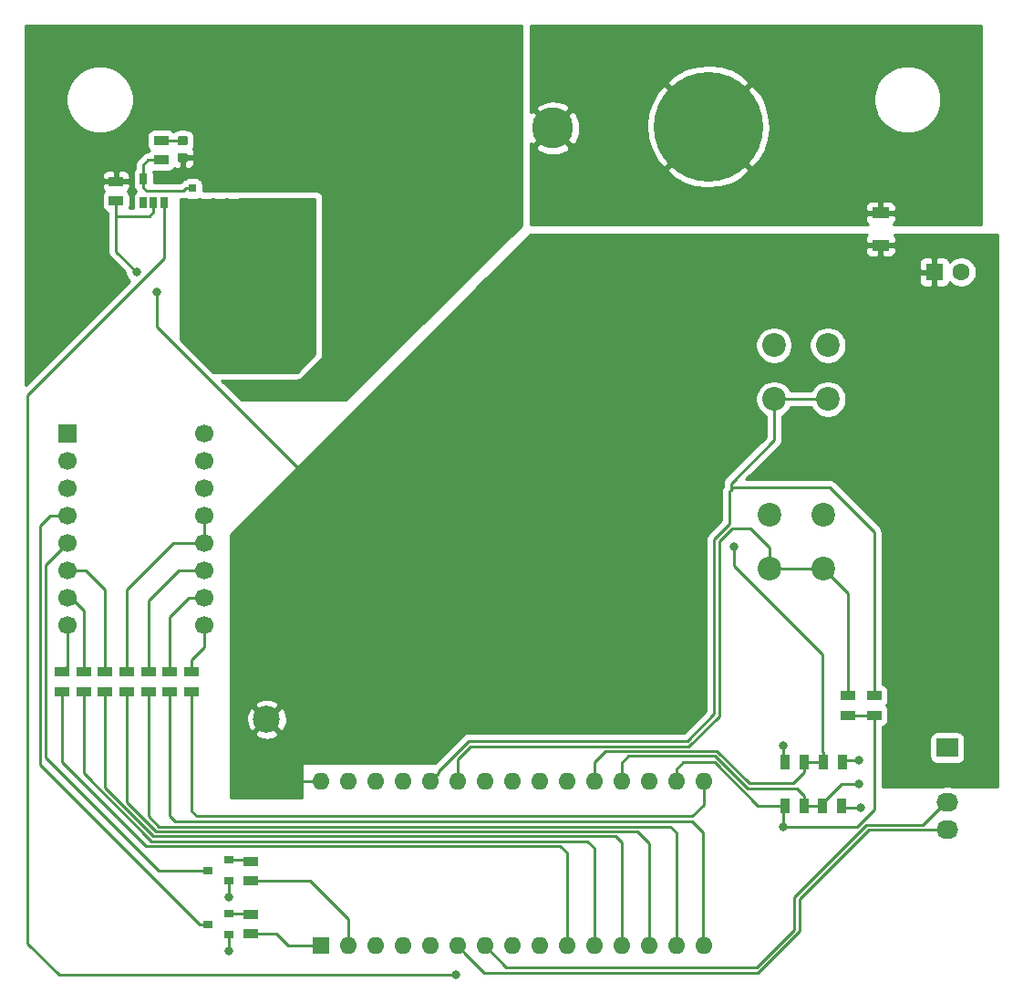
<source format=gtl>
G04 #@! TF.GenerationSoftware,KiCad,Pcbnew,5.1.4+dfsg1-1*
G04 #@! TF.CreationDate,2020-08-20T21:45:12-05:00*
G04 #@! TF.ProjectId,HotBox,486f7442-6f78-42e6-9b69-6361645f7063,rev?*
G04 #@! TF.SameCoordinates,Original*
G04 #@! TF.FileFunction,Copper,L1,Top*
G04 #@! TF.FilePolarity,Positive*
%FSLAX46Y46*%
G04 Gerber Fmt 4.6, Leading zero omitted, Abs format (unit mm)*
G04 Created by KiCad (PCBNEW 5.1.4+dfsg1-1) date 2020-08-20 21:45:12*
%MOMM*%
%LPD*%
G04 APERTURE LIST*
%ADD10R,2.030000X1.730000*%
%ADD11O,2.030000X1.730000*%
%ADD12C,2.500000*%
%ADD13R,1.600000X1.600000*%
%ADD14O,1.600000X1.600000*%
%ADD15R,1.600000X1.070000*%
%ADD16R,0.700000X0.800000*%
%ADD17R,4.500000X4.290000*%
%ADD18R,0.650000X1.060000*%
%ADD19R,0.850000X1.350000*%
%ADD20R,1.700000X1.700000*%
%ADD21C,1.700000*%
%ADD22R,1.350000X0.850000*%
%ADD23R,0.900000X0.800000*%
%ADD24C,10.160000*%
%ADD25C,1.600000*%
%ADD26C,0.100000*%
%ADD27C,0.875000*%
%ADD28C,2.200000*%
%ADD29R,3.800000X3.800000*%
%ADD30C,3.800000*%
%ADD31C,0.800000*%
%ADD32C,0.250000*%
%ADD33C,0.254000*%
G04 APERTURE END LIST*
D10*
X188073000Y-116953000D03*
D11*
X188073000Y-119493000D03*
X188073000Y-122033000D03*
X188073000Y-124573000D03*
D12*
X124873000Y-74333000D03*
X124873000Y-114333000D03*
D13*
X129873000Y-135333000D03*
D14*
X162893000Y-120093000D03*
X132413000Y-135333000D03*
X160353000Y-120093000D03*
X134953000Y-135333000D03*
X157813000Y-120093000D03*
X137493000Y-135333000D03*
X155273000Y-120093000D03*
X140033000Y-135333000D03*
X152733000Y-120093000D03*
X142573000Y-135333000D03*
X150193000Y-120093000D03*
X145113000Y-135333000D03*
X147653000Y-120093000D03*
X147653000Y-135333000D03*
X145113000Y-120093000D03*
X150193000Y-135333000D03*
X142573000Y-120093000D03*
X152733000Y-135333000D03*
X140033000Y-120093000D03*
X155273000Y-135333000D03*
X137493000Y-120093000D03*
X157813000Y-135333000D03*
X134953000Y-120093000D03*
X160353000Y-135333000D03*
X132413000Y-120093000D03*
X162893000Y-135333000D03*
X129873000Y-120093000D03*
X165433000Y-135333000D03*
X165433000Y-120093000D03*
D15*
X181873000Y-70333000D03*
X181873000Y-67363000D03*
D16*
X121783000Y-65083000D03*
X120513000Y-65083000D03*
X119233000Y-65083000D03*
X117963000Y-65083000D03*
X117963000Y-70583000D03*
X119233000Y-70583000D03*
X120513000Y-70583000D03*
X121783000Y-70583000D03*
D17*
X119873000Y-68333000D03*
D18*
X113423000Y-66433000D03*
X114373000Y-66433000D03*
X115323000Y-66433000D03*
X115323000Y-64233000D03*
X113423000Y-64233000D03*
D19*
X178378000Y-118333000D03*
X176568000Y-118333000D03*
D20*
X106373000Y-87833000D03*
D21*
X106373000Y-90373000D03*
X106373000Y-92913000D03*
X106373000Y-95453000D03*
X106373000Y-97993000D03*
X106373000Y-100533000D03*
X106373000Y-103073000D03*
X106373000Y-105613000D03*
X119073000Y-105613000D03*
X119073000Y-103073000D03*
X119073000Y-100533000D03*
X119073000Y-97993000D03*
X119073000Y-95453000D03*
X119073000Y-92913000D03*
X119073000Y-90373000D03*
X119073000Y-87833000D03*
D22*
X110873000Y-66238000D03*
X110873000Y-64428000D03*
D19*
X178278000Y-122333000D03*
X176468000Y-122333000D03*
D23*
X119373000Y-133333000D03*
X121373000Y-132383000D03*
X121373000Y-134283000D03*
X121373000Y-129283000D03*
X121373000Y-127383000D03*
X119373000Y-128333000D03*
D22*
X123373000Y-127523000D03*
X123373000Y-129333000D03*
D19*
X174778000Y-118333000D03*
X172968000Y-118333000D03*
D22*
X123373000Y-134238000D03*
X123373000Y-132428000D03*
D19*
X174778000Y-122333000D03*
X172968000Y-122333000D03*
D22*
X105873000Y-109928000D03*
X105873000Y-111738000D03*
X107873000Y-111738000D03*
X107873000Y-109928000D03*
X109873000Y-109928000D03*
X109873000Y-111738000D03*
X111873000Y-111738000D03*
X111873000Y-109928000D03*
X113873000Y-109928000D03*
X113873000Y-111738000D03*
X115873000Y-111738000D03*
X115873000Y-109928000D03*
X117873000Y-109928000D03*
X117873000Y-111738000D03*
D24*
X165873000Y-59333000D03*
X131873000Y-59333000D03*
D13*
X186873000Y-72833000D03*
D25*
X189373000Y-72833000D03*
D22*
X181273000Y-112133000D03*
X181273000Y-113943000D03*
X178873000Y-113938000D03*
X178873000Y-112128000D03*
D26*
G36*
X117350691Y-61784053D02*
G01*
X117371926Y-61787203D01*
X117392750Y-61792419D01*
X117412962Y-61799651D01*
X117432368Y-61808830D01*
X117450781Y-61819866D01*
X117468024Y-61832654D01*
X117483930Y-61847070D01*
X117498346Y-61862976D01*
X117511134Y-61880219D01*
X117522170Y-61898632D01*
X117531349Y-61918038D01*
X117538581Y-61938250D01*
X117543797Y-61959074D01*
X117546947Y-61980309D01*
X117548000Y-62001750D01*
X117548000Y-62439250D01*
X117546947Y-62460691D01*
X117543797Y-62481926D01*
X117538581Y-62502750D01*
X117531349Y-62522962D01*
X117522170Y-62542368D01*
X117511134Y-62560781D01*
X117498346Y-62578024D01*
X117483930Y-62593930D01*
X117468024Y-62608346D01*
X117450781Y-62621134D01*
X117432368Y-62632170D01*
X117412962Y-62641349D01*
X117392750Y-62648581D01*
X117371926Y-62653797D01*
X117350691Y-62656947D01*
X117329250Y-62658000D01*
X116816750Y-62658000D01*
X116795309Y-62656947D01*
X116774074Y-62653797D01*
X116753250Y-62648581D01*
X116733038Y-62641349D01*
X116713632Y-62632170D01*
X116695219Y-62621134D01*
X116677976Y-62608346D01*
X116662070Y-62593930D01*
X116647654Y-62578024D01*
X116634866Y-62560781D01*
X116623830Y-62542368D01*
X116614651Y-62522962D01*
X116607419Y-62502750D01*
X116602203Y-62481926D01*
X116599053Y-62460691D01*
X116598000Y-62439250D01*
X116598000Y-62001750D01*
X116599053Y-61980309D01*
X116602203Y-61959074D01*
X116607419Y-61938250D01*
X116614651Y-61918038D01*
X116623830Y-61898632D01*
X116634866Y-61880219D01*
X116647654Y-61862976D01*
X116662070Y-61847070D01*
X116677976Y-61832654D01*
X116695219Y-61819866D01*
X116713632Y-61808830D01*
X116733038Y-61799651D01*
X116753250Y-61792419D01*
X116774074Y-61787203D01*
X116795309Y-61784053D01*
X116816750Y-61783000D01*
X117329250Y-61783000D01*
X117350691Y-61784053D01*
X117350691Y-61784053D01*
G37*
D27*
X117073000Y-62220500D03*
D26*
G36*
X117350691Y-60209053D02*
G01*
X117371926Y-60212203D01*
X117392750Y-60217419D01*
X117412962Y-60224651D01*
X117432368Y-60233830D01*
X117450781Y-60244866D01*
X117468024Y-60257654D01*
X117483930Y-60272070D01*
X117498346Y-60287976D01*
X117511134Y-60305219D01*
X117522170Y-60323632D01*
X117531349Y-60343038D01*
X117538581Y-60363250D01*
X117543797Y-60384074D01*
X117546947Y-60405309D01*
X117548000Y-60426750D01*
X117548000Y-60864250D01*
X117546947Y-60885691D01*
X117543797Y-60906926D01*
X117538581Y-60927750D01*
X117531349Y-60947962D01*
X117522170Y-60967368D01*
X117511134Y-60985781D01*
X117498346Y-61003024D01*
X117483930Y-61018930D01*
X117468024Y-61033346D01*
X117450781Y-61046134D01*
X117432368Y-61057170D01*
X117412962Y-61066349D01*
X117392750Y-61073581D01*
X117371926Y-61078797D01*
X117350691Y-61081947D01*
X117329250Y-61083000D01*
X116816750Y-61083000D01*
X116795309Y-61081947D01*
X116774074Y-61078797D01*
X116753250Y-61073581D01*
X116733038Y-61066349D01*
X116713632Y-61057170D01*
X116695219Y-61046134D01*
X116677976Y-61033346D01*
X116662070Y-61018930D01*
X116647654Y-61003024D01*
X116634866Y-60985781D01*
X116623830Y-60967368D01*
X116614651Y-60947962D01*
X116607419Y-60927750D01*
X116602203Y-60906926D01*
X116599053Y-60885691D01*
X116598000Y-60864250D01*
X116598000Y-60426750D01*
X116599053Y-60405309D01*
X116602203Y-60384074D01*
X116607419Y-60363250D01*
X116614651Y-60343038D01*
X116623830Y-60323632D01*
X116634866Y-60305219D01*
X116647654Y-60287976D01*
X116662070Y-60272070D01*
X116677976Y-60257654D01*
X116695219Y-60244866D01*
X116713632Y-60233830D01*
X116733038Y-60224651D01*
X116753250Y-60217419D01*
X116774074Y-60212203D01*
X116795309Y-60209053D01*
X116816750Y-60208000D01*
X117329250Y-60208000D01*
X117350691Y-60209053D01*
X117350691Y-60209053D01*
G37*
D27*
X117073000Y-60645500D03*
D22*
X115073000Y-62438000D03*
X115073000Y-60628000D03*
D28*
X176973000Y-84633000D03*
X176973000Y-79633000D03*
X171973000Y-79633000D03*
X171973000Y-84633000D03*
X171573000Y-100333000D03*
X171573000Y-95333000D03*
X176573000Y-95333000D03*
X176573000Y-100333000D03*
D29*
X146448000Y-59483000D03*
D30*
X151448000Y-59483000D03*
D31*
X172873000Y-124333000D03*
X172873000Y-116733000D03*
X179872996Y-120333000D03*
X168273000Y-98333000D03*
X142473000Y-138033000D03*
X121373000Y-135833000D03*
X121373000Y-130833000D03*
X179873000Y-118133022D03*
X180073000Y-122533000D03*
X112773000Y-72833000D03*
X114673000Y-74733000D03*
D32*
X129873000Y-135333000D02*
X126873000Y-135333000D01*
X125778000Y-134238000D02*
X123373000Y-134238000D01*
X126873000Y-135333000D02*
X125778000Y-134238000D01*
X172873000Y-122428000D02*
X172873000Y-124333000D01*
X172968000Y-122333000D02*
X172873000Y-122428000D01*
X172873000Y-118238000D02*
X172873000Y-116733000D01*
X172968000Y-118333000D02*
X172873000Y-118238000D01*
X170473000Y-122333000D02*
X172968000Y-122333000D01*
X166473000Y-118333000D02*
X170473000Y-122333000D01*
X163521630Y-118333000D02*
X166473000Y-118333000D01*
X162893000Y-120093000D02*
X162893000Y-118961630D01*
X162893000Y-118961630D02*
X163521630Y-118333000D01*
X172873000Y-124333000D02*
X179673000Y-124333000D01*
X179673000Y-124333000D02*
X181273000Y-122733000D01*
X181273000Y-122733000D02*
X181273000Y-113943000D01*
X181268000Y-113938000D02*
X181273000Y-113943000D01*
X178873000Y-113938000D02*
X181268000Y-113938000D01*
X132413000Y-135333000D02*
X132413000Y-132873000D01*
X128873000Y-129333000D02*
X123373000Y-129333000D01*
X132413000Y-132873000D02*
X128873000Y-129333000D01*
X174778000Y-122333000D02*
X176468000Y-122333000D01*
X174778000Y-121408000D02*
X174778000Y-122333000D01*
X166509410Y-117733000D02*
X169509410Y-120733000D01*
X174103000Y-120733000D02*
X174778000Y-121408000D01*
X157813000Y-118393000D02*
X158473000Y-117733000D01*
X157813000Y-120093000D02*
X157813000Y-118393000D01*
X158473000Y-117733000D02*
X166509410Y-117733000D01*
X169509410Y-120733000D02*
X174103000Y-120733000D01*
X176468000Y-122333000D02*
X176468000Y-122083000D01*
X179307311Y-120333000D02*
X179872996Y-120333000D01*
X178218000Y-120333000D02*
X179307311Y-120333000D01*
X176468000Y-122083000D02*
X178218000Y-120333000D01*
X174778000Y-118333000D02*
X176568000Y-118333000D01*
X168273000Y-100133000D02*
X168273000Y-98333000D01*
X176473000Y-117313000D02*
X176473000Y-108333000D01*
X176473000Y-108333000D02*
X168273000Y-100133000D01*
X176568000Y-118333000D02*
X176568000Y-117408000D01*
X176568000Y-117408000D02*
X176473000Y-117313000D01*
X156323010Y-117282990D02*
X155273000Y-118333000D01*
X174778000Y-119258000D02*
X173753010Y-120282990D01*
X155273000Y-118333000D02*
X155273000Y-120093000D01*
X169695810Y-120282990D02*
X166695810Y-117282990D01*
X173753010Y-120282990D02*
X169695810Y-120282990D01*
X174778000Y-118333000D02*
X174778000Y-119258000D01*
X166695810Y-117282990D02*
X156323010Y-117282990D01*
X145073000Y-137833000D02*
X143372999Y-136132999D01*
X143372999Y-136132999D02*
X142573000Y-135333000D01*
X170509410Y-137833000D02*
X145073000Y-137833000D01*
X174373000Y-130969410D02*
X174373000Y-133969410D01*
X174373000Y-133969410D02*
X170509410Y-137833000D01*
X180769412Y-124573000D02*
X180641206Y-124701206D01*
X188073000Y-124573000D02*
X180769412Y-124573000D01*
X180641206Y-124701206D02*
X174373000Y-130969410D01*
X145113000Y-135333000D02*
X147113000Y-137333000D01*
X173873000Y-133833000D02*
X173873000Y-130833000D01*
X170373000Y-137333000D02*
X173873000Y-133833000D01*
X147113000Y-137333000D02*
X170373000Y-137333000D01*
X187923000Y-122033000D02*
X185833010Y-124122990D01*
X188073000Y-122033000D02*
X187923000Y-122033000D01*
X180583010Y-124122990D02*
X180573000Y-124133000D01*
X185833010Y-124122990D02*
X180583010Y-124122990D01*
X173873000Y-130833000D02*
X180573000Y-124133000D01*
X115323000Y-66433000D02*
X115323000Y-71583000D01*
X115323000Y-71583000D02*
X102673000Y-84233000D01*
X102673000Y-84233000D02*
X102673000Y-135133000D01*
X102673000Y-135133000D02*
X105573000Y-138033000D01*
X105573000Y-138033000D02*
X142473000Y-138033000D01*
X169773000Y-96583000D02*
X168123000Y-96583000D01*
X168123000Y-96583000D02*
X166873000Y-97833000D01*
X166873000Y-114033000D02*
X164073020Y-116832980D01*
X166873000Y-97833000D02*
X166873000Y-114033000D01*
X164073020Y-116832980D02*
X143773020Y-116832980D01*
X142573000Y-118033000D02*
X142573000Y-120093000D01*
X143773020Y-116832980D02*
X142573000Y-118033000D01*
X171573000Y-98383000D02*
X169773000Y-96583000D01*
X171573000Y-100333000D02*
X171573000Y-98383000D01*
X171573000Y-100333000D02*
X176573000Y-100333000D01*
X176573000Y-100333000D02*
X178873000Y-102633000D01*
X178873000Y-102633000D02*
X178873000Y-112128000D01*
X105873000Y-111738000D02*
X105873000Y-115333000D01*
X105873000Y-115333000D02*
X105873000Y-114333000D01*
X105873000Y-118333000D02*
X105873000Y-115333000D01*
X113623055Y-126083055D02*
X105873000Y-118333000D01*
X152123055Y-126083055D02*
X113623055Y-126083055D01*
X152733000Y-135333000D02*
X152733000Y-126693000D01*
X152733000Y-126693000D02*
X152123055Y-126083055D01*
X140832999Y-119136591D02*
X143636590Y-116333000D01*
X140033000Y-120093000D02*
X140832999Y-119293001D01*
X140832999Y-119293001D02*
X140832999Y-119136591D01*
X143636590Y-116333000D02*
X163936590Y-116333000D01*
X163936590Y-116333000D02*
X166422990Y-113846600D01*
X166422990Y-113846600D02*
X166422991Y-97646599D01*
X167854795Y-93151205D02*
X167854795Y-96214795D01*
X166422991Y-97646599D02*
X167854795Y-96214795D01*
X171973000Y-84633000D02*
X176973000Y-84633000D01*
X167973000Y-93033000D02*
X167854795Y-93151205D01*
X171973000Y-84633000D02*
X171973000Y-88433000D01*
X167973000Y-92433000D02*
X167973000Y-93033000D01*
X171973000Y-88433000D02*
X167973000Y-92433000D01*
X168173000Y-92833000D02*
X167973000Y-93033000D01*
X177173000Y-92833000D02*
X168173000Y-92833000D01*
X181273000Y-112133000D02*
X181273000Y-96933000D01*
X181273000Y-96933000D02*
X177173000Y-92833000D01*
X107873000Y-112413000D02*
X107873000Y-111738000D01*
X155273000Y-126233000D02*
X154673044Y-125633044D01*
X155273000Y-135333000D02*
X155273000Y-126233000D01*
X154673044Y-125633044D02*
X114173044Y-125633044D01*
X114173044Y-125633044D02*
X107873000Y-119333000D01*
X107873000Y-119333000D02*
X107873000Y-112413000D01*
X157813000Y-125773000D02*
X157223033Y-125183033D01*
X157813000Y-135333000D02*
X157813000Y-125773000D01*
X157223033Y-125183033D02*
X114359443Y-125183033D01*
X114359443Y-125183033D02*
X109873000Y-120696590D01*
X109873000Y-112413000D02*
X109873000Y-111738000D01*
X109873000Y-120696590D02*
X109873000Y-112413000D01*
X159273022Y-124733022D02*
X114545842Y-124733022D01*
X160353000Y-125813000D02*
X159273022Y-124733022D01*
X114545842Y-124733022D02*
X111873000Y-122060180D01*
X111873000Y-112413000D02*
X111873000Y-111738000D01*
X160353000Y-135333000D02*
X160353000Y-125813000D01*
X111873000Y-122060180D02*
X111873000Y-112413000D01*
X162323011Y-124283011D02*
X162893000Y-124853000D01*
X162893000Y-124853000D02*
X162893000Y-135333000D01*
X114823011Y-124283011D02*
X162323011Y-124283011D01*
X113873000Y-111738000D02*
X113873000Y-123333000D01*
X113873000Y-123333000D02*
X114823011Y-124283011D01*
X165373000Y-135273000D02*
X165433000Y-135333000D01*
X115873000Y-111738000D02*
X115873000Y-123333000D01*
X115873000Y-123333000D02*
X116373000Y-123833000D01*
X116373000Y-123833000D02*
X164373000Y-123833000D01*
X164373000Y-123833000D02*
X165373000Y-124833000D01*
X165373000Y-124833000D02*
X165373000Y-135273000D01*
X124873000Y-123333000D02*
X124373000Y-123333000D01*
X118373000Y-123333000D02*
X124873000Y-123333000D01*
X117873000Y-122833000D02*
X118373000Y-123333000D01*
X117873000Y-111738000D02*
X117873000Y-122833000D01*
X165433000Y-122273000D02*
X165433000Y-120093000D01*
X124873000Y-123333000D02*
X164373000Y-123333000D01*
X164373000Y-123333000D02*
X165433000Y-122273000D01*
X121373000Y-134283000D02*
X121373000Y-134933000D01*
X121373000Y-134933000D02*
X121373000Y-135833000D01*
X121373000Y-129283000D02*
X121373000Y-130833000D01*
X179872978Y-118133000D02*
X179873000Y-118133022D01*
X178378000Y-118333000D02*
X178578000Y-118133000D01*
X178578000Y-118133000D02*
X179872978Y-118133000D01*
X178478000Y-122533000D02*
X180073000Y-122533000D01*
X178278000Y-122333000D02*
X178478000Y-122533000D01*
X110873000Y-63753000D02*
X111493000Y-63133000D01*
X110873000Y-64428000D02*
X110873000Y-63753000D01*
X113423000Y-65013000D02*
X113423000Y-64233000D01*
X117113000Y-65333000D02*
X113743000Y-65333000D01*
X113743000Y-65333000D02*
X113423000Y-65013000D01*
X117363000Y-65083000D02*
X117113000Y-65333000D01*
X117963000Y-65083000D02*
X117363000Y-65083000D01*
X113423000Y-64233000D02*
X113423000Y-63583010D01*
X113423000Y-64233000D02*
X113423000Y-62883000D01*
X113868000Y-62438000D02*
X115073000Y-62438000D01*
X113423000Y-62883000D02*
X113868000Y-62438000D01*
X110873000Y-66238000D02*
X110873000Y-70933000D01*
X110873000Y-70933000D02*
X112773000Y-72833000D01*
X114673000Y-74733000D02*
X114673000Y-77933000D01*
X114673000Y-77933000D02*
X131773000Y-95033000D01*
X131773000Y-95033000D02*
X133073000Y-95033000D01*
X129873000Y-120093000D02*
X127013000Y-120093000D01*
X113953000Y-67633000D02*
X110873000Y-67633000D01*
X110873000Y-67633000D02*
X110873000Y-66238000D01*
X114373000Y-66433000D02*
X114373000Y-67213000D01*
X114373000Y-67213000D02*
X113953000Y-67633000D01*
X104753000Y-95453000D02*
X106373000Y-95453000D01*
X103873000Y-96333000D02*
X104753000Y-95453000D01*
X103873000Y-118533000D02*
X103873000Y-96333000D01*
X119373000Y-133333000D02*
X118673000Y-133333000D01*
X118673000Y-133333000D02*
X103873000Y-118533000D01*
X123328000Y-132383000D02*
X123373000Y-132428000D01*
X121373000Y-132383000D02*
X123328000Y-132383000D01*
X123233000Y-127383000D02*
X123373000Y-127523000D01*
X121373000Y-127383000D02*
X123233000Y-127383000D01*
X104373000Y-99993000D02*
X106373000Y-97993000D01*
X104373000Y-117833000D02*
X104373000Y-99993000D01*
X119373000Y-128333000D02*
X114873000Y-128333000D01*
X114873000Y-128333000D02*
X104373000Y-117833000D01*
X106373000Y-109428000D02*
X106373000Y-105613000D01*
X105873000Y-109928000D02*
X106373000Y-109428000D01*
X106743000Y-103073000D02*
X106373000Y-103073000D01*
X107873000Y-109928000D02*
X107873000Y-104203000D01*
X107873000Y-104203000D02*
X106743000Y-103073000D01*
X109873000Y-109928000D02*
X109873000Y-102333000D01*
X108073000Y-100533000D02*
X106373000Y-100533000D01*
X109873000Y-102333000D02*
X108073000Y-100533000D01*
X117873000Y-109928000D02*
X117873000Y-108833000D01*
X119073000Y-107633000D02*
X119073000Y-105613000D01*
X117873000Y-108833000D02*
X119073000Y-107633000D01*
X115873000Y-109928000D02*
X115873000Y-104833000D01*
X117633000Y-103073000D02*
X119073000Y-103073000D01*
X115873000Y-104833000D02*
X117633000Y-103073000D01*
X119073000Y-100533000D02*
X116673000Y-100533000D01*
X113873000Y-103333000D02*
X113873000Y-109928000D01*
X116673000Y-100533000D02*
X113873000Y-103333000D01*
X119073000Y-96655081D02*
X119073000Y-97993000D01*
X119073000Y-95453000D02*
X119073000Y-96655081D01*
X116213000Y-97993000D02*
X119073000Y-97993000D01*
X111873000Y-109928000D02*
X111873000Y-102333000D01*
X111873000Y-102333000D02*
X116213000Y-97993000D01*
X117055500Y-60628000D02*
X117073000Y-60645500D01*
X115073000Y-60628000D02*
X117055500Y-60628000D01*
D33*
G36*
X180542463Y-69443506D02*
G01*
X180483498Y-69553820D01*
X180447188Y-69673518D01*
X180434928Y-69798000D01*
X180438000Y-70047250D01*
X180596750Y-70206000D01*
X181746000Y-70206000D01*
X181746000Y-70186000D01*
X182000000Y-70186000D01*
X182000000Y-70206000D01*
X183149250Y-70206000D01*
X183308000Y-70047250D01*
X183311072Y-69798000D01*
X183298812Y-69673518D01*
X183262502Y-69553820D01*
X183203537Y-69443506D01*
X183135006Y-69360000D01*
X192746000Y-69360000D01*
X192746000Y-120606000D01*
X188686149Y-120606000D01*
X188517051Y-120554705D01*
X188296680Y-120533000D01*
X187849320Y-120533000D01*
X187628949Y-120554705D01*
X187459851Y-120606000D01*
X182033000Y-120606000D01*
X182033000Y-116088000D01*
X186419928Y-116088000D01*
X186419928Y-117818000D01*
X186432188Y-117942482D01*
X186468498Y-118062180D01*
X186527463Y-118172494D01*
X186606815Y-118269185D01*
X186703506Y-118348537D01*
X186813820Y-118407502D01*
X186933518Y-118443812D01*
X187058000Y-118456072D01*
X189088000Y-118456072D01*
X189212482Y-118443812D01*
X189332180Y-118407502D01*
X189442494Y-118348537D01*
X189539185Y-118269185D01*
X189618537Y-118172494D01*
X189677502Y-118062180D01*
X189713812Y-117942482D01*
X189726072Y-117818000D01*
X189726072Y-116088000D01*
X189713812Y-115963518D01*
X189677502Y-115843820D01*
X189618537Y-115733506D01*
X189539185Y-115636815D01*
X189442494Y-115557463D01*
X189332180Y-115498498D01*
X189212482Y-115462188D01*
X189088000Y-115449928D01*
X187058000Y-115449928D01*
X186933518Y-115462188D01*
X186813820Y-115498498D01*
X186703506Y-115557463D01*
X186606815Y-115636815D01*
X186527463Y-115733506D01*
X186468498Y-115843820D01*
X186432188Y-115963518D01*
X186419928Y-116088000D01*
X182033000Y-116088000D01*
X182033000Y-114997701D01*
X182072482Y-114993812D01*
X182192180Y-114957502D01*
X182302494Y-114898537D01*
X182399185Y-114819185D01*
X182478537Y-114722494D01*
X182537502Y-114612180D01*
X182573812Y-114492482D01*
X182586072Y-114368000D01*
X182586072Y-113518000D01*
X182573812Y-113393518D01*
X182537502Y-113273820D01*
X182478537Y-113163506D01*
X182399185Y-113066815D01*
X182364074Y-113038000D01*
X182399185Y-113009185D01*
X182478537Y-112912494D01*
X182537502Y-112802180D01*
X182573812Y-112682482D01*
X182586072Y-112558000D01*
X182586072Y-111708000D01*
X182573812Y-111583518D01*
X182537502Y-111463820D01*
X182478537Y-111353506D01*
X182399185Y-111256815D01*
X182302494Y-111177463D01*
X182192180Y-111118498D01*
X182072482Y-111082188D01*
X182033000Y-111078299D01*
X182033000Y-96970333D01*
X182036677Y-96933000D01*
X182022003Y-96784014D01*
X181978546Y-96640753D01*
X181907974Y-96508724D01*
X181836799Y-96421997D01*
X181813001Y-96392999D01*
X181784003Y-96369201D01*
X177736804Y-92322003D01*
X177713001Y-92292999D01*
X177597276Y-92198026D01*
X177465247Y-92127454D01*
X177321986Y-92083997D01*
X177210333Y-92073000D01*
X177210322Y-92073000D01*
X177173000Y-92069324D01*
X177135678Y-92073000D01*
X169407801Y-92073000D01*
X172484003Y-88996799D01*
X172513001Y-88973001D01*
X172607974Y-88857276D01*
X172678546Y-88725247D01*
X172722003Y-88581986D01*
X172733000Y-88470333D01*
X172733000Y-88470324D01*
X172736676Y-88433001D01*
X172733000Y-88395678D01*
X172733000Y-86196148D01*
X172794831Y-86170537D01*
X173078998Y-85980663D01*
X173320663Y-85738998D01*
X173510537Y-85454831D01*
X173536148Y-85393000D01*
X175409852Y-85393000D01*
X175435463Y-85454831D01*
X175625337Y-85738998D01*
X175867002Y-85980663D01*
X176151169Y-86170537D01*
X176466919Y-86301325D01*
X176802117Y-86368000D01*
X177143883Y-86368000D01*
X177479081Y-86301325D01*
X177794831Y-86170537D01*
X178078998Y-85980663D01*
X178320663Y-85738998D01*
X178510537Y-85454831D01*
X178641325Y-85139081D01*
X178708000Y-84803883D01*
X178708000Y-84462117D01*
X178641325Y-84126919D01*
X178510537Y-83811169D01*
X178320663Y-83527002D01*
X178078998Y-83285337D01*
X177794831Y-83095463D01*
X177479081Y-82964675D01*
X177143883Y-82898000D01*
X176802117Y-82898000D01*
X176466919Y-82964675D01*
X176151169Y-83095463D01*
X175867002Y-83285337D01*
X175625337Y-83527002D01*
X175435463Y-83811169D01*
X175409852Y-83873000D01*
X173536148Y-83873000D01*
X173510537Y-83811169D01*
X173320663Y-83527002D01*
X173078998Y-83285337D01*
X172794831Y-83095463D01*
X172479081Y-82964675D01*
X172143883Y-82898000D01*
X171802117Y-82898000D01*
X171466919Y-82964675D01*
X171151169Y-83095463D01*
X170867002Y-83285337D01*
X170625337Y-83527002D01*
X170435463Y-83811169D01*
X170304675Y-84126919D01*
X170238000Y-84462117D01*
X170238000Y-84803883D01*
X170304675Y-85139081D01*
X170435463Y-85454831D01*
X170625337Y-85738998D01*
X170867002Y-85980663D01*
X171151169Y-86170537D01*
X171213000Y-86196148D01*
X171213001Y-88118197D01*
X167462003Y-91869196D01*
X167432999Y-91892999D01*
X167377871Y-91960174D01*
X167338026Y-92008724D01*
X167297791Y-92083998D01*
X167267454Y-92140754D01*
X167223997Y-92284015D01*
X167213000Y-92395668D01*
X167213000Y-92395678D01*
X167209324Y-92433000D01*
X167213000Y-92470322D01*
X167213000Y-92739690D01*
X167150149Y-92857276D01*
X167149249Y-92858959D01*
X167105792Y-93002220D01*
X167094795Y-93113873D01*
X167094795Y-93113883D01*
X167091119Y-93151205D01*
X167094795Y-93188528D01*
X167094796Y-95899992D01*
X165911989Y-97082800D01*
X165882991Y-97106598D01*
X165859193Y-97135596D01*
X165859192Y-97135597D01*
X165788017Y-97222323D01*
X165717445Y-97354353D01*
X165673989Y-97497614D01*
X165659315Y-97646599D01*
X165662992Y-97683931D01*
X165662990Y-113531798D01*
X163621789Y-115573000D01*
X143673912Y-115573000D01*
X143636589Y-115569324D01*
X143599266Y-115573000D01*
X143599257Y-115573000D01*
X143487604Y-115583997D01*
X143344343Y-115627454D01*
X143212314Y-115698026D01*
X143212312Y-115698027D01*
X143212313Y-115698027D01*
X143125586Y-115769201D01*
X143125582Y-115769205D01*
X143096589Y-115792999D01*
X143072795Y-115821992D01*
X140488789Y-118406000D01*
X128273000Y-118406000D01*
X128248224Y-118408440D01*
X128224399Y-118415667D01*
X128202443Y-118427403D01*
X128183197Y-118443197D01*
X128167403Y-118462443D01*
X128155667Y-118484399D01*
X128148440Y-118508224D01*
X128146000Y-118533000D01*
X128146000Y-121606000D01*
X121500000Y-121606000D01*
X121500000Y-115646605D01*
X123739000Y-115646605D01*
X123864914Y-115936577D01*
X124197126Y-116102433D01*
X124555312Y-116200290D01*
X124925706Y-116226389D01*
X125294075Y-116179725D01*
X125646262Y-116062094D01*
X125881086Y-115936577D01*
X126007000Y-115646605D01*
X124873000Y-114512605D01*
X123739000Y-115646605D01*
X121500000Y-115646605D01*
X121500000Y-114385706D01*
X122979611Y-114385706D01*
X123026275Y-114754075D01*
X123143906Y-115106262D01*
X123269423Y-115341086D01*
X123559395Y-115467000D01*
X124693395Y-114333000D01*
X125052605Y-114333000D01*
X126186605Y-115467000D01*
X126476577Y-115341086D01*
X126642433Y-115008874D01*
X126740290Y-114650688D01*
X126766389Y-114280294D01*
X126719725Y-113911925D01*
X126602094Y-113559738D01*
X126476577Y-113324914D01*
X126186605Y-113199000D01*
X125052605Y-114333000D01*
X124693395Y-114333000D01*
X123559395Y-113199000D01*
X123269423Y-113324914D01*
X123103567Y-113657126D01*
X123005710Y-114015312D01*
X122979611Y-114385706D01*
X121500000Y-114385706D01*
X121500000Y-113019395D01*
X123739000Y-113019395D01*
X124873000Y-114153395D01*
X126007000Y-113019395D01*
X125881086Y-112729423D01*
X125548874Y-112563567D01*
X125190688Y-112465710D01*
X124820294Y-112439611D01*
X124451925Y-112486275D01*
X124099738Y-112603906D01*
X123864914Y-112729423D01*
X123739000Y-113019395D01*
X121500000Y-113019395D01*
X121500000Y-97235606D01*
X139273489Y-79462117D01*
X170238000Y-79462117D01*
X170238000Y-79803883D01*
X170304675Y-80139081D01*
X170435463Y-80454831D01*
X170625337Y-80738998D01*
X170867002Y-80980663D01*
X171151169Y-81170537D01*
X171466919Y-81301325D01*
X171802117Y-81368000D01*
X172143883Y-81368000D01*
X172479081Y-81301325D01*
X172794831Y-81170537D01*
X173078998Y-80980663D01*
X173320663Y-80738998D01*
X173510537Y-80454831D01*
X173641325Y-80139081D01*
X173708000Y-79803883D01*
X173708000Y-79462117D01*
X175238000Y-79462117D01*
X175238000Y-79803883D01*
X175304675Y-80139081D01*
X175435463Y-80454831D01*
X175625337Y-80738998D01*
X175867002Y-80980663D01*
X176151169Y-81170537D01*
X176466919Y-81301325D01*
X176802117Y-81368000D01*
X177143883Y-81368000D01*
X177479081Y-81301325D01*
X177794831Y-81170537D01*
X178078998Y-80980663D01*
X178320663Y-80738998D01*
X178510537Y-80454831D01*
X178641325Y-80139081D01*
X178708000Y-79803883D01*
X178708000Y-79462117D01*
X178641325Y-79126919D01*
X178510537Y-78811169D01*
X178320663Y-78527002D01*
X178078998Y-78285337D01*
X177794831Y-78095463D01*
X177479081Y-77964675D01*
X177143883Y-77898000D01*
X176802117Y-77898000D01*
X176466919Y-77964675D01*
X176151169Y-78095463D01*
X175867002Y-78285337D01*
X175625337Y-78527002D01*
X175435463Y-78811169D01*
X175304675Y-79126919D01*
X175238000Y-79462117D01*
X173708000Y-79462117D01*
X173641325Y-79126919D01*
X173510537Y-78811169D01*
X173320663Y-78527002D01*
X173078998Y-78285337D01*
X172794831Y-78095463D01*
X172479081Y-77964675D01*
X172143883Y-77898000D01*
X171802117Y-77898000D01*
X171466919Y-77964675D01*
X171151169Y-78095463D01*
X170867002Y-78285337D01*
X170625337Y-78527002D01*
X170435463Y-78811169D01*
X170304675Y-79126919D01*
X170238000Y-79462117D01*
X139273489Y-79462117D01*
X145102606Y-73633000D01*
X185434928Y-73633000D01*
X185447188Y-73757482D01*
X185483498Y-73877180D01*
X185542463Y-73987494D01*
X185621815Y-74084185D01*
X185718506Y-74163537D01*
X185828820Y-74222502D01*
X185948518Y-74258812D01*
X186073000Y-74271072D01*
X186587250Y-74268000D01*
X186746000Y-74109250D01*
X186746000Y-72960000D01*
X185596750Y-72960000D01*
X185438000Y-73118750D01*
X185434928Y-73633000D01*
X145102606Y-73633000D01*
X146702606Y-72033000D01*
X185434928Y-72033000D01*
X185438000Y-72547250D01*
X185596750Y-72706000D01*
X186746000Y-72706000D01*
X186746000Y-71556750D01*
X187000000Y-71556750D01*
X187000000Y-72706000D01*
X187020000Y-72706000D01*
X187020000Y-72960000D01*
X187000000Y-72960000D01*
X187000000Y-74109250D01*
X187158750Y-74268000D01*
X187673000Y-74271072D01*
X187797482Y-74258812D01*
X187917180Y-74222502D01*
X188027494Y-74163537D01*
X188124185Y-74084185D01*
X188203537Y-73987494D01*
X188262502Y-73877180D01*
X188291661Y-73781057D01*
X188458241Y-73947637D01*
X188693273Y-74104680D01*
X188954426Y-74212853D01*
X189231665Y-74268000D01*
X189514335Y-74268000D01*
X189791574Y-74212853D01*
X190052727Y-74104680D01*
X190287759Y-73947637D01*
X190487637Y-73747759D01*
X190644680Y-73512727D01*
X190752853Y-73251574D01*
X190808000Y-72974335D01*
X190808000Y-72691665D01*
X190752853Y-72414426D01*
X190644680Y-72153273D01*
X190487637Y-71918241D01*
X190287759Y-71718363D01*
X190052727Y-71561320D01*
X189791574Y-71453147D01*
X189514335Y-71398000D01*
X189231665Y-71398000D01*
X188954426Y-71453147D01*
X188693273Y-71561320D01*
X188458241Y-71718363D01*
X188291661Y-71884943D01*
X188262502Y-71788820D01*
X188203537Y-71678506D01*
X188124185Y-71581815D01*
X188027494Y-71502463D01*
X187917180Y-71443498D01*
X187797482Y-71407188D01*
X187673000Y-71394928D01*
X187158750Y-71398000D01*
X187000000Y-71556750D01*
X186746000Y-71556750D01*
X186587250Y-71398000D01*
X186073000Y-71394928D01*
X185948518Y-71407188D01*
X185828820Y-71443498D01*
X185718506Y-71502463D01*
X185621815Y-71581815D01*
X185542463Y-71678506D01*
X185483498Y-71788820D01*
X185447188Y-71908518D01*
X185434928Y-72033000D01*
X146702606Y-72033000D01*
X147867606Y-70868000D01*
X180434928Y-70868000D01*
X180447188Y-70992482D01*
X180483498Y-71112180D01*
X180542463Y-71222494D01*
X180621815Y-71319185D01*
X180718506Y-71398537D01*
X180828820Y-71457502D01*
X180948518Y-71493812D01*
X181073000Y-71506072D01*
X181587250Y-71503000D01*
X181746000Y-71344250D01*
X181746000Y-70460000D01*
X182000000Y-70460000D01*
X182000000Y-71344250D01*
X182158750Y-71503000D01*
X182673000Y-71506072D01*
X182797482Y-71493812D01*
X182917180Y-71457502D01*
X183027494Y-71398537D01*
X183124185Y-71319185D01*
X183203537Y-71222494D01*
X183262502Y-71112180D01*
X183298812Y-70992482D01*
X183311072Y-70868000D01*
X183308000Y-70618750D01*
X183149250Y-70460000D01*
X182000000Y-70460000D01*
X181746000Y-70460000D01*
X180596750Y-70460000D01*
X180438000Y-70618750D01*
X180434928Y-70868000D01*
X147867606Y-70868000D01*
X149362803Y-69372803D01*
X149373310Y-69360000D01*
X180610994Y-69360000D01*
X180542463Y-69443506D01*
X180542463Y-69443506D01*
G37*
X180542463Y-69443506D02*
X180483498Y-69553820D01*
X180447188Y-69673518D01*
X180434928Y-69798000D01*
X180438000Y-70047250D01*
X180596750Y-70206000D01*
X181746000Y-70206000D01*
X181746000Y-70186000D01*
X182000000Y-70186000D01*
X182000000Y-70206000D01*
X183149250Y-70206000D01*
X183308000Y-70047250D01*
X183311072Y-69798000D01*
X183298812Y-69673518D01*
X183262502Y-69553820D01*
X183203537Y-69443506D01*
X183135006Y-69360000D01*
X192746000Y-69360000D01*
X192746000Y-120606000D01*
X188686149Y-120606000D01*
X188517051Y-120554705D01*
X188296680Y-120533000D01*
X187849320Y-120533000D01*
X187628949Y-120554705D01*
X187459851Y-120606000D01*
X182033000Y-120606000D01*
X182033000Y-116088000D01*
X186419928Y-116088000D01*
X186419928Y-117818000D01*
X186432188Y-117942482D01*
X186468498Y-118062180D01*
X186527463Y-118172494D01*
X186606815Y-118269185D01*
X186703506Y-118348537D01*
X186813820Y-118407502D01*
X186933518Y-118443812D01*
X187058000Y-118456072D01*
X189088000Y-118456072D01*
X189212482Y-118443812D01*
X189332180Y-118407502D01*
X189442494Y-118348537D01*
X189539185Y-118269185D01*
X189618537Y-118172494D01*
X189677502Y-118062180D01*
X189713812Y-117942482D01*
X189726072Y-117818000D01*
X189726072Y-116088000D01*
X189713812Y-115963518D01*
X189677502Y-115843820D01*
X189618537Y-115733506D01*
X189539185Y-115636815D01*
X189442494Y-115557463D01*
X189332180Y-115498498D01*
X189212482Y-115462188D01*
X189088000Y-115449928D01*
X187058000Y-115449928D01*
X186933518Y-115462188D01*
X186813820Y-115498498D01*
X186703506Y-115557463D01*
X186606815Y-115636815D01*
X186527463Y-115733506D01*
X186468498Y-115843820D01*
X186432188Y-115963518D01*
X186419928Y-116088000D01*
X182033000Y-116088000D01*
X182033000Y-114997701D01*
X182072482Y-114993812D01*
X182192180Y-114957502D01*
X182302494Y-114898537D01*
X182399185Y-114819185D01*
X182478537Y-114722494D01*
X182537502Y-114612180D01*
X182573812Y-114492482D01*
X182586072Y-114368000D01*
X182586072Y-113518000D01*
X182573812Y-113393518D01*
X182537502Y-113273820D01*
X182478537Y-113163506D01*
X182399185Y-113066815D01*
X182364074Y-113038000D01*
X182399185Y-113009185D01*
X182478537Y-112912494D01*
X182537502Y-112802180D01*
X182573812Y-112682482D01*
X182586072Y-112558000D01*
X182586072Y-111708000D01*
X182573812Y-111583518D01*
X182537502Y-111463820D01*
X182478537Y-111353506D01*
X182399185Y-111256815D01*
X182302494Y-111177463D01*
X182192180Y-111118498D01*
X182072482Y-111082188D01*
X182033000Y-111078299D01*
X182033000Y-96970333D01*
X182036677Y-96933000D01*
X182022003Y-96784014D01*
X181978546Y-96640753D01*
X181907974Y-96508724D01*
X181836799Y-96421997D01*
X181813001Y-96392999D01*
X181784003Y-96369201D01*
X177736804Y-92322003D01*
X177713001Y-92292999D01*
X177597276Y-92198026D01*
X177465247Y-92127454D01*
X177321986Y-92083997D01*
X177210333Y-92073000D01*
X177210322Y-92073000D01*
X177173000Y-92069324D01*
X177135678Y-92073000D01*
X169407801Y-92073000D01*
X172484003Y-88996799D01*
X172513001Y-88973001D01*
X172607974Y-88857276D01*
X172678546Y-88725247D01*
X172722003Y-88581986D01*
X172733000Y-88470333D01*
X172733000Y-88470324D01*
X172736676Y-88433001D01*
X172733000Y-88395678D01*
X172733000Y-86196148D01*
X172794831Y-86170537D01*
X173078998Y-85980663D01*
X173320663Y-85738998D01*
X173510537Y-85454831D01*
X173536148Y-85393000D01*
X175409852Y-85393000D01*
X175435463Y-85454831D01*
X175625337Y-85738998D01*
X175867002Y-85980663D01*
X176151169Y-86170537D01*
X176466919Y-86301325D01*
X176802117Y-86368000D01*
X177143883Y-86368000D01*
X177479081Y-86301325D01*
X177794831Y-86170537D01*
X178078998Y-85980663D01*
X178320663Y-85738998D01*
X178510537Y-85454831D01*
X178641325Y-85139081D01*
X178708000Y-84803883D01*
X178708000Y-84462117D01*
X178641325Y-84126919D01*
X178510537Y-83811169D01*
X178320663Y-83527002D01*
X178078998Y-83285337D01*
X177794831Y-83095463D01*
X177479081Y-82964675D01*
X177143883Y-82898000D01*
X176802117Y-82898000D01*
X176466919Y-82964675D01*
X176151169Y-83095463D01*
X175867002Y-83285337D01*
X175625337Y-83527002D01*
X175435463Y-83811169D01*
X175409852Y-83873000D01*
X173536148Y-83873000D01*
X173510537Y-83811169D01*
X173320663Y-83527002D01*
X173078998Y-83285337D01*
X172794831Y-83095463D01*
X172479081Y-82964675D01*
X172143883Y-82898000D01*
X171802117Y-82898000D01*
X171466919Y-82964675D01*
X171151169Y-83095463D01*
X170867002Y-83285337D01*
X170625337Y-83527002D01*
X170435463Y-83811169D01*
X170304675Y-84126919D01*
X170238000Y-84462117D01*
X170238000Y-84803883D01*
X170304675Y-85139081D01*
X170435463Y-85454831D01*
X170625337Y-85738998D01*
X170867002Y-85980663D01*
X171151169Y-86170537D01*
X171213000Y-86196148D01*
X171213001Y-88118197D01*
X167462003Y-91869196D01*
X167432999Y-91892999D01*
X167377871Y-91960174D01*
X167338026Y-92008724D01*
X167297791Y-92083998D01*
X167267454Y-92140754D01*
X167223997Y-92284015D01*
X167213000Y-92395668D01*
X167213000Y-92395678D01*
X167209324Y-92433000D01*
X167213000Y-92470322D01*
X167213000Y-92739690D01*
X167150149Y-92857276D01*
X167149249Y-92858959D01*
X167105792Y-93002220D01*
X167094795Y-93113873D01*
X167094795Y-93113883D01*
X167091119Y-93151205D01*
X167094795Y-93188528D01*
X167094796Y-95899992D01*
X165911989Y-97082800D01*
X165882991Y-97106598D01*
X165859193Y-97135596D01*
X165859192Y-97135597D01*
X165788017Y-97222323D01*
X165717445Y-97354353D01*
X165673989Y-97497614D01*
X165659315Y-97646599D01*
X165662992Y-97683931D01*
X165662990Y-113531798D01*
X163621789Y-115573000D01*
X143673912Y-115573000D01*
X143636589Y-115569324D01*
X143599266Y-115573000D01*
X143599257Y-115573000D01*
X143487604Y-115583997D01*
X143344343Y-115627454D01*
X143212314Y-115698026D01*
X143212312Y-115698027D01*
X143212313Y-115698027D01*
X143125586Y-115769201D01*
X143125582Y-115769205D01*
X143096589Y-115792999D01*
X143072795Y-115821992D01*
X140488789Y-118406000D01*
X128273000Y-118406000D01*
X128248224Y-118408440D01*
X128224399Y-118415667D01*
X128202443Y-118427403D01*
X128183197Y-118443197D01*
X128167403Y-118462443D01*
X128155667Y-118484399D01*
X128148440Y-118508224D01*
X128146000Y-118533000D01*
X128146000Y-121606000D01*
X121500000Y-121606000D01*
X121500000Y-115646605D01*
X123739000Y-115646605D01*
X123864914Y-115936577D01*
X124197126Y-116102433D01*
X124555312Y-116200290D01*
X124925706Y-116226389D01*
X125294075Y-116179725D01*
X125646262Y-116062094D01*
X125881086Y-115936577D01*
X126007000Y-115646605D01*
X124873000Y-114512605D01*
X123739000Y-115646605D01*
X121500000Y-115646605D01*
X121500000Y-114385706D01*
X122979611Y-114385706D01*
X123026275Y-114754075D01*
X123143906Y-115106262D01*
X123269423Y-115341086D01*
X123559395Y-115467000D01*
X124693395Y-114333000D01*
X125052605Y-114333000D01*
X126186605Y-115467000D01*
X126476577Y-115341086D01*
X126642433Y-115008874D01*
X126740290Y-114650688D01*
X126766389Y-114280294D01*
X126719725Y-113911925D01*
X126602094Y-113559738D01*
X126476577Y-113324914D01*
X126186605Y-113199000D01*
X125052605Y-114333000D01*
X124693395Y-114333000D01*
X123559395Y-113199000D01*
X123269423Y-113324914D01*
X123103567Y-113657126D01*
X123005710Y-114015312D01*
X122979611Y-114385706D01*
X121500000Y-114385706D01*
X121500000Y-113019395D01*
X123739000Y-113019395D01*
X124873000Y-114153395D01*
X126007000Y-113019395D01*
X125881086Y-112729423D01*
X125548874Y-112563567D01*
X125190688Y-112465710D01*
X124820294Y-112439611D01*
X124451925Y-112486275D01*
X124099738Y-112603906D01*
X123864914Y-112729423D01*
X123739000Y-113019395D01*
X121500000Y-113019395D01*
X121500000Y-97235606D01*
X139273489Y-79462117D01*
X170238000Y-79462117D01*
X170238000Y-79803883D01*
X170304675Y-80139081D01*
X170435463Y-80454831D01*
X170625337Y-80738998D01*
X170867002Y-80980663D01*
X171151169Y-81170537D01*
X171466919Y-81301325D01*
X171802117Y-81368000D01*
X172143883Y-81368000D01*
X172479081Y-81301325D01*
X172794831Y-81170537D01*
X173078998Y-80980663D01*
X173320663Y-80738998D01*
X173510537Y-80454831D01*
X173641325Y-80139081D01*
X173708000Y-79803883D01*
X173708000Y-79462117D01*
X175238000Y-79462117D01*
X175238000Y-79803883D01*
X175304675Y-80139081D01*
X175435463Y-80454831D01*
X175625337Y-80738998D01*
X175867002Y-80980663D01*
X176151169Y-81170537D01*
X176466919Y-81301325D01*
X176802117Y-81368000D01*
X177143883Y-81368000D01*
X177479081Y-81301325D01*
X177794831Y-81170537D01*
X178078998Y-80980663D01*
X178320663Y-80738998D01*
X178510537Y-80454831D01*
X178641325Y-80139081D01*
X178708000Y-79803883D01*
X178708000Y-79462117D01*
X178641325Y-79126919D01*
X178510537Y-78811169D01*
X178320663Y-78527002D01*
X178078998Y-78285337D01*
X177794831Y-78095463D01*
X177479081Y-77964675D01*
X177143883Y-77898000D01*
X176802117Y-77898000D01*
X176466919Y-77964675D01*
X176151169Y-78095463D01*
X175867002Y-78285337D01*
X175625337Y-78527002D01*
X175435463Y-78811169D01*
X175304675Y-79126919D01*
X175238000Y-79462117D01*
X173708000Y-79462117D01*
X173641325Y-79126919D01*
X173510537Y-78811169D01*
X173320663Y-78527002D01*
X173078998Y-78285337D01*
X172794831Y-78095463D01*
X172479081Y-77964675D01*
X172143883Y-77898000D01*
X171802117Y-77898000D01*
X171466919Y-77964675D01*
X171151169Y-78095463D01*
X170867002Y-78285337D01*
X170625337Y-78527002D01*
X170435463Y-78811169D01*
X170304675Y-79126919D01*
X170238000Y-79462117D01*
X139273489Y-79462117D01*
X145102606Y-73633000D01*
X185434928Y-73633000D01*
X185447188Y-73757482D01*
X185483498Y-73877180D01*
X185542463Y-73987494D01*
X185621815Y-74084185D01*
X185718506Y-74163537D01*
X185828820Y-74222502D01*
X185948518Y-74258812D01*
X186073000Y-74271072D01*
X186587250Y-74268000D01*
X186746000Y-74109250D01*
X186746000Y-72960000D01*
X185596750Y-72960000D01*
X185438000Y-73118750D01*
X185434928Y-73633000D01*
X145102606Y-73633000D01*
X146702606Y-72033000D01*
X185434928Y-72033000D01*
X185438000Y-72547250D01*
X185596750Y-72706000D01*
X186746000Y-72706000D01*
X186746000Y-71556750D01*
X187000000Y-71556750D01*
X187000000Y-72706000D01*
X187020000Y-72706000D01*
X187020000Y-72960000D01*
X187000000Y-72960000D01*
X187000000Y-74109250D01*
X187158750Y-74268000D01*
X187673000Y-74271072D01*
X187797482Y-74258812D01*
X187917180Y-74222502D01*
X188027494Y-74163537D01*
X188124185Y-74084185D01*
X188203537Y-73987494D01*
X188262502Y-73877180D01*
X188291661Y-73781057D01*
X188458241Y-73947637D01*
X188693273Y-74104680D01*
X188954426Y-74212853D01*
X189231665Y-74268000D01*
X189514335Y-74268000D01*
X189791574Y-74212853D01*
X190052727Y-74104680D01*
X190287759Y-73947637D01*
X190487637Y-73747759D01*
X190644680Y-73512727D01*
X190752853Y-73251574D01*
X190808000Y-72974335D01*
X190808000Y-72691665D01*
X190752853Y-72414426D01*
X190644680Y-72153273D01*
X190487637Y-71918241D01*
X190287759Y-71718363D01*
X190052727Y-71561320D01*
X189791574Y-71453147D01*
X189514335Y-71398000D01*
X189231665Y-71398000D01*
X188954426Y-71453147D01*
X188693273Y-71561320D01*
X188458241Y-71718363D01*
X188291661Y-71884943D01*
X188262502Y-71788820D01*
X188203537Y-71678506D01*
X188124185Y-71581815D01*
X188027494Y-71502463D01*
X187917180Y-71443498D01*
X187797482Y-71407188D01*
X187673000Y-71394928D01*
X187158750Y-71398000D01*
X187000000Y-71556750D01*
X186746000Y-71556750D01*
X186587250Y-71398000D01*
X186073000Y-71394928D01*
X185948518Y-71407188D01*
X185828820Y-71443498D01*
X185718506Y-71502463D01*
X185621815Y-71581815D01*
X185542463Y-71678506D01*
X185483498Y-71788820D01*
X185447188Y-71908518D01*
X185434928Y-72033000D01*
X146702606Y-72033000D01*
X147867606Y-70868000D01*
X180434928Y-70868000D01*
X180447188Y-70992482D01*
X180483498Y-71112180D01*
X180542463Y-71222494D01*
X180621815Y-71319185D01*
X180718506Y-71398537D01*
X180828820Y-71457502D01*
X180948518Y-71493812D01*
X181073000Y-71506072D01*
X181587250Y-71503000D01*
X181746000Y-71344250D01*
X181746000Y-70460000D01*
X182000000Y-70460000D01*
X182000000Y-71344250D01*
X182158750Y-71503000D01*
X182673000Y-71506072D01*
X182797482Y-71493812D01*
X182917180Y-71457502D01*
X183027494Y-71398537D01*
X183124185Y-71319185D01*
X183203537Y-71222494D01*
X183262502Y-71112180D01*
X183298812Y-70992482D01*
X183311072Y-70868000D01*
X183308000Y-70618750D01*
X183149250Y-70460000D01*
X182000000Y-70460000D01*
X181746000Y-70460000D01*
X180596750Y-70460000D01*
X180438000Y-70618750D01*
X180434928Y-70868000D01*
X147867606Y-70868000D01*
X149362803Y-69372803D01*
X149373310Y-69360000D01*
X180610994Y-69360000D01*
X180542463Y-69443506D01*
G36*
X191246000Y-68406000D02*
G01*
X183054956Y-68406000D01*
X183124185Y-68349185D01*
X183203537Y-68252494D01*
X183262502Y-68142180D01*
X183298812Y-68022482D01*
X183311072Y-67898000D01*
X183308000Y-67648750D01*
X183149250Y-67490000D01*
X182000000Y-67490000D01*
X182000000Y-67510000D01*
X181746000Y-67510000D01*
X181746000Y-67490000D01*
X180596750Y-67490000D01*
X180438000Y-67648750D01*
X180434928Y-67898000D01*
X180447188Y-68022482D01*
X180483498Y-68142180D01*
X180542463Y-68252494D01*
X180621815Y-68349185D01*
X180691044Y-68406000D01*
X149400000Y-68406000D01*
X149400000Y-66828000D01*
X180434928Y-66828000D01*
X180438000Y-67077250D01*
X180596750Y-67236000D01*
X181746000Y-67236000D01*
X181746000Y-66351750D01*
X182000000Y-66351750D01*
X182000000Y-67236000D01*
X183149250Y-67236000D01*
X183308000Y-67077250D01*
X183311072Y-66828000D01*
X183298812Y-66703518D01*
X183262502Y-66583820D01*
X183203537Y-66473506D01*
X183124185Y-66376815D01*
X183027494Y-66297463D01*
X182917180Y-66238498D01*
X182797482Y-66202188D01*
X182673000Y-66189928D01*
X182158750Y-66193000D01*
X182000000Y-66351750D01*
X181746000Y-66351750D01*
X181587250Y-66193000D01*
X181073000Y-66189928D01*
X180948518Y-66202188D01*
X180828820Y-66238498D01*
X180718506Y-66297463D01*
X180621815Y-66376815D01*
X180542463Y-66473506D01*
X180483498Y-66583820D01*
X180447188Y-66703518D01*
X180434928Y-66828000D01*
X149400000Y-66828000D01*
X149400000Y-63370196D01*
X162015409Y-63370196D01*
X162601124Y-64052416D01*
X163584704Y-64600045D01*
X164656223Y-64945265D01*
X165774501Y-65074808D01*
X166896565Y-64983697D01*
X167979294Y-64675433D01*
X168981079Y-64161863D01*
X169144876Y-64052416D01*
X169730591Y-63370196D01*
X165873000Y-59512605D01*
X162015409Y-63370196D01*
X149400000Y-63370196D01*
X149400000Y-61259349D01*
X149851256Y-61259349D01*
X150055362Y-61615867D01*
X150498223Y-61846575D01*
X150977583Y-61986452D01*
X151475021Y-62030123D01*
X151971422Y-61975909D01*
X152447707Y-61825894D01*
X152840638Y-61615867D01*
X153044744Y-61259349D01*
X151448000Y-59662605D01*
X149851256Y-61259349D01*
X149400000Y-61259349D01*
X149400000Y-60924224D01*
X149671651Y-61079744D01*
X151268395Y-59483000D01*
X151627605Y-59483000D01*
X153224349Y-61079744D01*
X153580867Y-60875638D01*
X153811575Y-60432777D01*
X153951452Y-59953417D01*
X153995123Y-59455979D01*
X153970935Y-59234501D01*
X160131192Y-59234501D01*
X160222303Y-60356565D01*
X160530567Y-61439294D01*
X161044137Y-62441079D01*
X161153584Y-62604876D01*
X161835804Y-63190591D01*
X165693395Y-59333000D01*
X166052605Y-59333000D01*
X169910196Y-63190591D01*
X170592416Y-62604876D01*
X171140045Y-61621296D01*
X171485265Y-60549777D01*
X171614808Y-59431499D01*
X171523697Y-58309435D01*
X171215433Y-57226706D01*
X170854952Y-56523540D01*
X181231000Y-56523540D01*
X181231000Y-57142460D01*
X181351745Y-57749488D01*
X181588596Y-58321295D01*
X181932449Y-58835908D01*
X182370092Y-59273551D01*
X182884705Y-59617404D01*
X183456512Y-59854255D01*
X184063540Y-59975000D01*
X184682460Y-59975000D01*
X185289488Y-59854255D01*
X185861295Y-59617404D01*
X186375908Y-59273551D01*
X186813551Y-58835908D01*
X187157404Y-58321295D01*
X187394255Y-57749488D01*
X187515000Y-57142460D01*
X187515000Y-56523540D01*
X187394255Y-55916512D01*
X187157404Y-55344705D01*
X186813551Y-54830092D01*
X186375908Y-54392449D01*
X185861295Y-54048596D01*
X185289488Y-53811745D01*
X184682460Y-53691000D01*
X184063540Y-53691000D01*
X183456512Y-53811745D01*
X182884705Y-54048596D01*
X182370092Y-54392449D01*
X181932449Y-54830092D01*
X181588596Y-55344705D01*
X181351745Y-55916512D01*
X181231000Y-56523540D01*
X170854952Y-56523540D01*
X170701863Y-56224921D01*
X170592416Y-56061124D01*
X169910196Y-55475409D01*
X166052605Y-59333000D01*
X165693395Y-59333000D01*
X161835804Y-55475409D01*
X161153584Y-56061124D01*
X160605955Y-57044704D01*
X160260735Y-58116223D01*
X160131192Y-59234501D01*
X153970935Y-59234501D01*
X153940909Y-58959578D01*
X153790894Y-58483293D01*
X153580867Y-58090362D01*
X153224349Y-57886256D01*
X151627605Y-59483000D01*
X151268395Y-59483000D01*
X149671651Y-57886256D01*
X149400000Y-58041776D01*
X149400000Y-57706651D01*
X149851256Y-57706651D01*
X151448000Y-59303395D01*
X153044744Y-57706651D01*
X152840638Y-57350133D01*
X152397777Y-57119425D01*
X151918417Y-56979548D01*
X151420979Y-56935877D01*
X150924578Y-56990091D01*
X150448293Y-57140106D01*
X150055362Y-57350133D01*
X149851256Y-57706651D01*
X149400000Y-57706651D01*
X149400000Y-55295804D01*
X162015409Y-55295804D01*
X165873000Y-59153395D01*
X169730591Y-55295804D01*
X169144876Y-54613584D01*
X168161296Y-54065955D01*
X167089777Y-53720735D01*
X165971499Y-53591192D01*
X164849435Y-53682303D01*
X163766706Y-53990567D01*
X162764921Y-54504137D01*
X162601124Y-54613584D01*
X162015409Y-55295804D01*
X149400000Y-55295804D01*
X149400000Y-49960000D01*
X191246000Y-49960000D01*
X191246000Y-68406000D01*
X191246000Y-68406000D01*
G37*
X191246000Y-68406000D02*
X183054956Y-68406000D01*
X183124185Y-68349185D01*
X183203537Y-68252494D01*
X183262502Y-68142180D01*
X183298812Y-68022482D01*
X183311072Y-67898000D01*
X183308000Y-67648750D01*
X183149250Y-67490000D01*
X182000000Y-67490000D01*
X182000000Y-67510000D01*
X181746000Y-67510000D01*
X181746000Y-67490000D01*
X180596750Y-67490000D01*
X180438000Y-67648750D01*
X180434928Y-67898000D01*
X180447188Y-68022482D01*
X180483498Y-68142180D01*
X180542463Y-68252494D01*
X180621815Y-68349185D01*
X180691044Y-68406000D01*
X149400000Y-68406000D01*
X149400000Y-66828000D01*
X180434928Y-66828000D01*
X180438000Y-67077250D01*
X180596750Y-67236000D01*
X181746000Y-67236000D01*
X181746000Y-66351750D01*
X182000000Y-66351750D01*
X182000000Y-67236000D01*
X183149250Y-67236000D01*
X183308000Y-67077250D01*
X183311072Y-66828000D01*
X183298812Y-66703518D01*
X183262502Y-66583820D01*
X183203537Y-66473506D01*
X183124185Y-66376815D01*
X183027494Y-66297463D01*
X182917180Y-66238498D01*
X182797482Y-66202188D01*
X182673000Y-66189928D01*
X182158750Y-66193000D01*
X182000000Y-66351750D01*
X181746000Y-66351750D01*
X181587250Y-66193000D01*
X181073000Y-66189928D01*
X180948518Y-66202188D01*
X180828820Y-66238498D01*
X180718506Y-66297463D01*
X180621815Y-66376815D01*
X180542463Y-66473506D01*
X180483498Y-66583820D01*
X180447188Y-66703518D01*
X180434928Y-66828000D01*
X149400000Y-66828000D01*
X149400000Y-63370196D01*
X162015409Y-63370196D01*
X162601124Y-64052416D01*
X163584704Y-64600045D01*
X164656223Y-64945265D01*
X165774501Y-65074808D01*
X166896565Y-64983697D01*
X167979294Y-64675433D01*
X168981079Y-64161863D01*
X169144876Y-64052416D01*
X169730591Y-63370196D01*
X165873000Y-59512605D01*
X162015409Y-63370196D01*
X149400000Y-63370196D01*
X149400000Y-61259349D01*
X149851256Y-61259349D01*
X150055362Y-61615867D01*
X150498223Y-61846575D01*
X150977583Y-61986452D01*
X151475021Y-62030123D01*
X151971422Y-61975909D01*
X152447707Y-61825894D01*
X152840638Y-61615867D01*
X153044744Y-61259349D01*
X151448000Y-59662605D01*
X149851256Y-61259349D01*
X149400000Y-61259349D01*
X149400000Y-60924224D01*
X149671651Y-61079744D01*
X151268395Y-59483000D01*
X151627605Y-59483000D01*
X153224349Y-61079744D01*
X153580867Y-60875638D01*
X153811575Y-60432777D01*
X153951452Y-59953417D01*
X153995123Y-59455979D01*
X153970935Y-59234501D01*
X160131192Y-59234501D01*
X160222303Y-60356565D01*
X160530567Y-61439294D01*
X161044137Y-62441079D01*
X161153584Y-62604876D01*
X161835804Y-63190591D01*
X165693395Y-59333000D01*
X166052605Y-59333000D01*
X169910196Y-63190591D01*
X170592416Y-62604876D01*
X171140045Y-61621296D01*
X171485265Y-60549777D01*
X171614808Y-59431499D01*
X171523697Y-58309435D01*
X171215433Y-57226706D01*
X170854952Y-56523540D01*
X181231000Y-56523540D01*
X181231000Y-57142460D01*
X181351745Y-57749488D01*
X181588596Y-58321295D01*
X181932449Y-58835908D01*
X182370092Y-59273551D01*
X182884705Y-59617404D01*
X183456512Y-59854255D01*
X184063540Y-59975000D01*
X184682460Y-59975000D01*
X185289488Y-59854255D01*
X185861295Y-59617404D01*
X186375908Y-59273551D01*
X186813551Y-58835908D01*
X187157404Y-58321295D01*
X187394255Y-57749488D01*
X187515000Y-57142460D01*
X187515000Y-56523540D01*
X187394255Y-55916512D01*
X187157404Y-55344705D01*
X186813551Y-54830092D01*
X186375908Y-54392449D01*
X185861295Y-54048596D01*
X185289488Y-53811745D01*
X184682460Y-53691000D01*
X184063540Y-53691000D01*
X183456512Y-53811745D01*
X182884705Y-54048596D01*
X182370092Y-54392449D01*
X181932449Y-54830092D01*
X181588596Y-55344705D01*
X181351745Y-55916512D01*
X181231000Y-56523540D01*
X170854952Y-56523540D01*
X170701863Y-56224921D01*
X170592416Y-56061124D01*
X169910196Y-55475409D01*
X166052605Y-59333000D01*
X165693395Y-59333000D01*
X161835804Y-55475409D01*
X161153584Y-56061124D01*
X160605955Y-57044704D01*
X160260735Y-58116223D01*
X160131192Y-59234501D01*
X153970935Y-59234501D01*
X153940909Y-58959578D01*
X153790894Y-58483293D01*
X153580867Y-58090362D01*
X153224349Y-57886256D01*
X151627605Y-59483000D01*
X151268395Y-59483000D01*
X149671651Y-57886256D01*
X149400000Y-58041776D01*
X149400000Y-57706651D01*
X149851256Y-57706651D01*
X151448000Y-59303395D01*
X153044744Y-57706651D01*
X152840638Y-57350133D01*
X152397777Y-57119425D01*
X151918417Y-56979548D01*
X151420979Y-56935877D01*
X150924578Y-56990091D01*
X150448293Y-57140106D01*
X150055362Y-57350133D01*
X149851256Y-57706651D01*
X149400000Y-57706651D01*
X149400000Y-55295804D01*
X162015409Y-55295804D01*
X165873000Y-59153395D01*
X169730591Y-55295804D01*
X169144876Y-54613584D01*
X168161296Y-54065955D01*
X167089777Y-53720735D01*
X165971499Y-53591192D01*
X164849435Y-53682303D01*
X163766706Y-53990567D01*
X162764921Y-54504137D01*
X162601124Y-54613584D01*
X162015409Y-55295804D01*
X149400000Y-55295804D01*
X149400000Y-49960000D01*
X191246000Y-49960000D01*
X191246000Y-68406000D01*
G36*
X117368820Y-66072502D02*
G01*
X117488518Y-66108812D01*
X117613000Y-66121072D01*
X118313000Y-66121072D01*
X118437482Y-66108812D01*
X118557180Y-66072502D01*
X118580569Y-66060000D01*
X118615431Y-66060000D01*
X118638820Y-66072502D01*
X118758518Y-66108812D01*
X118883000Y-66121072D01*
X119583000Y-66121072D01*
X119707482Y-66108812D01*
X119827180Y-66072502D01*
X119850569Y-66060000D01*
X119895431Y-66060000D01*
X119918820Y-66072502D01*
X120038518Y-66108812D01*
X120163000Y-66121072D01*
X120863000Y-66121072D01*
X120987482Y-66108812D01*
X121107180Y-66072502D01*
X121130569Y-66060000D01*
X121165431Y-66060000D01*
X121188820Y-66072502D01*
X121308518Y-66108812D01*
X121433000Y-66121072D01*
X122133000Y-66121072D01*
X122257482Y-66108812D01*
X122377180Y-66072502D01*
X122400569Y-66060000D01*
X129346000Y-66060000D01*
X129346000Y-80480394D01*
X127720394Y-82106000D01*
X119925606Y-82106000D01*
X116900000Y-79080394D01*
X116900000Y-66093000D01*
X117075678Y-66093000D01*
X117113000Y-66096676D01*
X117150322Y-66093000D01*
X117150333Y-66093000D01*
X117261986Y-66082003D01*
X117334522Y-66060000D01*
X117345430Y-66060000D01*
X117368820Y-66072502D01*
X117368820Y-66072502D01*
G37*
X117368820Y-66072502D02*
X117488518Y-66108812D01*
X117613000Y-66121072D01*
X118313000Y-66121072D01*
X118437482Y-66108812D01*
X118557180Y-66072502D01*
X118580569Y-66060000D01*
X118615431Y-66060000D01*
X118638820Y-66072502D01*
X118758518Y-66108812D01*
X118883000Y-66121072D01*
X119583000Y-66121072D01*
X119707482Y-66108812D01*
X119827180Y-66072502D01*
X119850569Y-66060000D01*
X119895431Y-66060000D01*
X119918820Y-66072502D01*
X120038518Y-66108812D01*
X120163000Y-66121072D01*
X120863000Y-66121072D01*
X120987482Y-66108812D01*
X121107180Y-66072502D01*
X121130569Y-66060000D01*
X121165431Y-66060000D01*
X121188820Y-66072502D01*
X121308518Y-66108812D01*
X121433000Y-66121072D01*
X122133000Y-66121072D01*
X122257482Y-66108812D01*
X122377180Y-66072502D01*
X122400569Y-66060000D01*
X129346000Y-66060000D01*
X129346000Y-80480394D01*
X127720394Y-82106000D01*
X119925606Y-82106000D01*
X116900000Y-79080394D01*
X116900000Y-66093000D01*
X117075678Y-66093000D01*
X117113000Y-66096676D01*
X117150322Y-66093000D01*
X117150333Y-66093000D01*
X117261986Y-66082003D01*
X117334522Y-66060000D01*
X117345430Y-66060000D01*
X117368820Y-66072502D01*
G36*
X148546000Y-68480167D02*
G01*
X132220622Y-84706000D01*
X122520801Y-84706000D01*
X120682801Y-82868000D01*
X127773000Y-82868000D01*
X127896882Y-82855799D01*
X128016004Y-82819664D01*
X128125787Y-82760983D01*
X128222013Y-82682013D01*
X129922013Y-80982013D01*
X130000983Y-80885787D01*
X130059664Y-80776004D01*
X130095799Y-80656882D01*
X130108000Y-80533000D01*
X130108000Y-65933000D01*
X130095799Y-65809118D01*
X130059664Y-65689996D01*
X130000983Y-65580213D01*
X129922013Y-65483987D01*
X129825787Y-65405017D01*
X129716004Y-65346336D01*
X129596882Y-65310201D01*
X129473000Y-65298000D01*
X118951072Y-65298000D01*
X118951072Y-64683000D01*
X118938812Y-64558518D01*
X118902502Y-64438820D01*
X118843537Y-64328506D01*
X118764185Y-64231815D01*
X118667494Y-64152463D01*
X118557180Y-64093498D01*
X118437482Y-64057188D01*
X118313000Y-64044928D01*
X117613000Y-64044928D01*
X117488518Y-64057188D01*
X117368820Y-64093498D01*
X117258506Y-64152463D01*
X117161815Y-64231815D01*
X117082463Y-64328506D01*
X117050518Y-64388270D01*
X116938724Y-64448026D01*
X116822999Y-64542999D01*
X116799200Y-64571998D01*
X116798198Y-64573000D01*
X114386072Y-64573000D01*
X114386072Y-63703000D01*
X114373812Y-63578518D01*
X114348851Y-63496231D01*
X114398000Y-63501072D01*
X115748000Y-63501072D01*
X115872482Y-63488812D01*
X115992180Y-63452502D01*
X116102494Y-63393537D01*
X116199185Y-63314185D01*
X116278537Y-63217494D01*
X116282791Y-63209536D01*
X116353820Y-63247502D01*
X116473518Y-63283812D01*
X116598000Y-63296072D01*
X116787250Y-63293000D01*
X116946000Y-63134250D01*
X116946000Y-62347500D01*
X117200000Y-62347500D01*
X117200000Y-63134250D01*
X117358750Y-63293000D01*
X117548000Y-63296072D01*
X117672482Y-63283812D01*
X117792180Y-63247502D01*
X117902494Y-63188537D01*
X117999185Y-63109185D01*
X118078537Y-63012494D01*
X118137502Y-62902180D01*
X118173812Y-62782482D01*
X118186072Y-62658000D01*
X118183000Y-62506250D01*
X118024250Y-62347500D01*
X117200000Y-62347500D01*
X116946000Y-62347500D01*
X116926000Y-62347500D01*
X116926000Y-62093500D01*
X116946000Y-62093500D01*
X116946000Y-62073500D01*
X117200000Y-62073500D01*
X117200000Y-62093500D01*
X118024250Y-62093500D01*
X118183000Y-61934750D01*
X118186072Y-61783000D01*
X118173812Y-61658518D01*
X118137502Y-61538820D01*
X118078537Y-61428506D01*
X118023900Y-61361930D01*
X118041671Y-61340275D01*
X118120850Y-61192142D01*
X118169608Y-61031408D01*
X118186072Y-60864250D01*
X118186072Y-60426750D01*
X118169608Y-60259592D01*
X118120850Y-60098858D01*
X118041671Y-59950725D01*
X117935115Y-59820885D01*
X117805275Y-59714329D01*
X117657142Y-59635150D01*
X117496408Y-59586392D01*
X117329250Y-59569928D01*
X116816750Y-59569928D01*
X116649592Y-59586392D01*
X116488858Y-59635150D01*
X116340725Y-59714329D01*
X116237765Y-59798825D01*
X116199185Y-59751815D01*
X116102494Y-59672463D01*
X115992180Y-59613498D01*
X115872482Y-59577188D01*
X115748000Y-59564928D01*
X114398000Y-59564928D01*
X114273518Y-59577188D01*
X114153820Y-59613498D01*
X114043506Y-59672463D01*
X113946815Y-59751815D01*
X113867463Y-59848506D01*
X113808498Y-59958820D01*
X113772188Y-60078518D01*
X113759928Y-60203000D01*
X113759928Y-61053000D01*
X113772188Y-61177482D01*
X113808498Y-61297180D01*
X113867463Y-61407494D01*
X113946815Y-61504185D01*
X113981926Y-61533000D01*
X113946815Y-61561815D01*
X113867463Y-61658506D01*
X113858508Y-61675259D01*
X113830676Y-61678000D01*
X113830667Y-61678000D01*
X113719014Y-61688997D01*
X113585531Y-61729488D01*
X113575753Y-61732454D01*
X113443723Y-61803026D01*
X113401146Y-61837969D01*
X113327999Y-61897999D01*
X113304196Y-61927003D01*
X112911998Y-62319201D01*
X112883000Y-62342999D01*
X112859202Y-62371997D01*
X112859201Y-62371998D01*
X112788026Y-62458724D01*
X112717454Y-62590754D01*
X112673998Y-62734015D01*
X112659324Y-62883000D01*
X112663001Y-62920332D01*
X112663001Y-63238532D01*
X112646815Y-63251815D01*
X112567463Y-63348506D01*
X112508498Y-63458820D01*
X112472188Y-63578518D01*
X112459928Y-63703000D01*
X112459928Y-64763000D01*
X112472188Y-64887482D01*
X112508498Y-65007180D01*
X112567463Y-65117494D01*
X112646815Y-65214185D01*
X112704090Y-65261189D01*
X112717454Y-65305246D01*
X112751188Y-65368357D01*
X112743506Y-65372463D01*
X112646815Y-65451815D01*
X112567463Y-65548506D01*
X112508498Y-65658820D01*
X112472188Y-65778518D01*
X112459928Y-65903000D01*
X112459928Y-66873000D01*
X112147870Y-66873000D01*
X112173812Y-66787482D01*
X112186072Y-66663000D01*
X112186072Y-65813000D01*
X112173812Y-65688518D01*
X112137502Y-65568820D01*
X112078537Y-65458506D01*
X111999185Y-65361815D01*
X111964074Y-65333000D01*
X111999185Y-65304185D01*
X112078537Y-65207494D01*
X112137502Y-65097180D01*
X112173812Y-64977482D01*
X112186072Y-64853000D01*
X112183000Y-64713750D01*
X112024250Y-64555000D01*
X111000000Y-64555000D01*
X111000000Y-64575000D01*
X110746000Y-64575000D01*
X110746000Y-64555000D01*
X109721750Y-64555000D01*
X109563000Y-64713750D01*
X109559928Y-64853000D01*
X109572188Y-64977482D01*
X109608498Y-65097180D01*
X109667463Y-65207494D01*
X109746815Y-65304185D01*
X109781926Y-65333000D01*
X109746815Y-65361815D01*
X109667463Y-65458506D01*
X109608498Y-65568820D01*
X109572188Y-65688518D01*
X109559928Y-65813000D01*
X109559928Y-66663000D01*
X109572188Y-66787482D01*
X109608498Y-66907180D01*
X109667463Y-67017494D01*
X109746815Y-67114185D01*
X109843506Y-67193537D01*
X109953820Y-67252502D01*
X110073518Y-67288812D01*
X110113000Y-67292701D01*
X110113000Y-67595664D01*
X110109323Y-67633000D01*
X110113000Y-67670332D01*
X110113001Y-70895668D01*
X110109324Y-70933000D01*
X110113001Y-70970333D01*
X110122572Y-71067502D01*
X110123998Y-71081985D01*
X110167454Y-71225246D01*
X110238026Y-71357276D01*
X110309201Y-71444002D01*
X110333000Y-71473001D01*
X110361998Y-71496799D01*
X111738000Y-72872802D01*
X111738000Y-72934939D01*
X111777774Y-73134898D01*
X111855795Y-73323256D01*
X111969063Y-73492774D01*
X112113226Y-73636937D01*
X112161803Y-73669395D01*
X102500000Y-83331199D01*
X102500000Y-64003000D01*
X109559928Y-64003000D01*
X109563000Y-64142250D01*
X109721750Y-64301000D01*
X110746000Y-64301000D01*
X110746000Y-63526750D01*
X111000000Y-63526750D01*
X111000000Y-64301000D01*
X112024250Y-64301000D01*
X112183000Y-64142250D01*
X112186072Y-64003000D01*
X112173812Y-63878518D01*
X112137502Y-63758820D01*
X112078537Y-63648506D01*
X111999185Y-63551815D01*
X111902494Y-63472463D01*
X111792180Y-63413498D01*
X111672482Y-63377188D01*
X111548000Y-63364928D01*
X111158750Y-63368000D01*
X111000000Y-63526750D01*
X110746000Y-63526750D01*
X110587250Y-63368000D01*
X110198000Y-63364928D01*
X110073518Y-63377188D01*
X109953820Y-63413498D01*
X109843506Y-63472463D01*
X109746815Y-63551815D01*
X109667463Y-63648506D01*
X109608498Y-63758820D01*
X109572188Y-63878518D01*
X109559928Y-64003000D01*
X102500000Y-64003000D01*
X102500000Y-56523540D01*
X106231000Y-56523540D01*
X106231000Y-57142460D01*
X106351745Y-57749488D01*
X106588596Y-58321295D01*
X106932449Y-58835908D01*
X107370092Y-59273551D01*
X107884705Y-59617404D01*
X108456512Y-59854255D01*
X109063540Y-59975000D01*
X109682460Y-59975000D01*
X110289488Y-59854255D01*
X110861295Y-59617404D01*
X111375908Y-59273551D01*
X111813551Y-58835908D01*
X112157404Y-58321295D01*
X112394255Y-57749488D01*
X112515000Y-57142460D01*
X112515000Y-56523540D01*
X112394255Y-55916512D01*
X112157404Y-55344705D01*
X111813551Y-54830092D01*
X111375908Y-54392449D01*
X110861295Y-54048596D01*
X110289488Y-53811745D01*
X109682460Y-53691000D01*
X109063540Y-53691000D01*
X108456512Y-53811745D01*
X107884705Y-54048596D01*
X107370092Y-54392449D01*
X106932449Y-54830092D01*
X106588596Y-55344705D01*
X106351745Y-55916512D01*
X106231000Y-56523540D01*
X102500000Y-56523540D01*
X102500000Y-49960000D01*
X148546000Y-49960000D01*
X148546000Y-68480167D01*
X148546000Y-68480167D01*
G37*
X148546000Y-68480167D02*
X132220622Y-84706000D01*
X122520801Y-84706000D01*
X120682801Y-82868000D01*
X127773000Y-82868000D01*
X127896882Y-82855799D01*
X128016004Y-82819664D01*
X128125787Y-82760983D01*
X128222013Y-82682013D01*
X129922013Y-80982013D01*
X130000983Y-80885787D01*
X130059664Y-80776004D01*
X130095799Y-80656882D01*
X130108000Y-80533000D01*
X130108000Y-65933000D01*
X130095799Y-65809118D01*
X130059664Y-65689996D01*
X130000983Y-65580213D01*
X129922013Y-65483987D01*
X129825787Y-65405017D01*
X129716004Y-65346336D01*
X129596882Y-65310201D01*
X129473000Y-65298000D01*
X118951072Y-65298000D01*
X118951072Y-64683000D01*
X118938812Y-64558518D01*
X118902502Y-64438820D01*
X118843537Y-64328506D01*
X118764185Y-64231815D01*
X118667494Y-64152463D01*
X118557180Y-64093498D01*
X118437482Y-64057188D01*
X118313000Y-64044928D01*
X117613000Y-64044928D01*
X117488518Y-64057188D01*
X117368820Y-64093498D01*
X117258506Y-64152463D01*
X117161815Y-64231815D01*
X117082463Y-64328506D01*
X117050518Y-64388270D01*
X116938724Y-64448026D01*
X116822999Y-64542999D01*
X116799200Y-64571998D01*
X116798198Y-64573000D01*
X114386072Y-64573000D01*
X114386072Y-63703000D01*
X114373812Y-63578518D01*
X114348851Y-63496231D01*
X114398000Y-63501072D01*
X115748000Y-63501072D01*
X115872482Y-63488812D01*
X115992180Y-63452502D01*
X116102494Y-63393537D01*
X116199185Y-63314185D01*
X116278537Y-63217494D01*
X116282791Y-63209536D01*
X116353820Y-63247502D01*
X116473518Y-63283812D01*
X116598000Y-63296072D01*
X116787250Y-63293000D01*
X116946000Y-63134250D01*
X116946000Y-62347500D01*
X117200000Y-62347500D01*
X117200000Y-63134250D01*
X117358750Y-63293000D01*
X117548000Y-63296072D01*
X117672482Y-63283812D01*
X117792180Y-63247502D01*
X117902494Y-63188537D01*
X117999185Y-63109185D01*
X118078537Y-63012494D01*
X118137502Y-62902180D01*
X118173812Y-62782482D01*
X118186072Y-62658000D01*
X118183000Y-62506250D01*
X118024250Y-62347500D01*
X117200000Y-62347500D01*
X116946000Y-62347500D01*
X116926000Y-62347500D01*
X116926000Y-62093500D01*
X116946000Y-62093500D01*
X116946000Y-62073500D01*
X117200000Y-62073500D01*
X117200000Y-62093500D01*
X118024250Y-62093500D01*
X118183000Y-61934750D01*
X118186072Y-61783000D01*
X118173812Y-61658518D01*
X118137502Y-61538820D01*
X118078537Y-61428506D01*
X118023900Y-61361930D01*
X118041671Y-61340275D01*
X118120850Y-61192142D01*
X118169608Y-61031408D01*
X118186072Y-60864250D01*
X118186072Y-60426750D01*
X118169608Y-60259592D01*
X118120850Y-60098858D01*
X118041671Y-59950725D01*
X117935115Y-59820885D01*
X117805275Y-59714329D01*
X117657142Y-59635150D01*
X117496408Y-59586392D01*
X117329250Y-59569928D01*
X116816750Y-59569928D01*
X116649592Y-59586392D01*
X116488858Y-59635150D01*
X116340725Y-59714329D01*
X116237765Y-59798825D01*
X116199185Y-59751815D01*
X116102494Y-59672463D01*
X115992180Y-59613498D01*
X115872482Y-59577188D01*
X115748000Y-59564928D01*
X114398000Y-59564928D01*
X114273518Y-59577188D01*
X114153820Y-59613498D01*
X114043506Y-59672463D01*
X113946815Y-59751815D01*
X113867463Y-59848506D01*
X113808498Y-59958820D01*
X113772188Y-60078518D01*
X113759928Y-60203000D01*
X113759928Y-61053000D01*
X113772188Y-61177482D01*
X113808498Y-61297180D01*
X113867463Y-61407494D01*
X113946815Y-61504185D01*
X113981926Y-61533000D01*
X113946815Y-61561815D01*
X113867463Y-61658506D01*
X113858508Y-61675259D01*
X113830676Y-61678000D01*
X113830667Y-61678000D01*
X113719014Y-61688997D01*
X113585531Y-61729488D01*
X113575753Y-61732454D01*
X113443723Y-61803026D01*
X113401146Y-61837969D01*
X113327999Y-61897999D01*
X113304196Y-61927003D01*
X112911998Y-62319201D01*
X112883000Y-62342999D01*
X112859202Y-62371997D01*
X112859201Y-62371998D01*
X112788026Y-62458724D01*
X112717454Y-62590754D01*
X112673998Y-62734015D01*
X112659324Y-62883000D01*
X112663001Y-62920332D01*
X112663001Y-63238532D01*
X112646815Y-63251815D01*
X112567463Y-63348506D01*
X112508498Y-63458820D01*
X112472188Y-63578518D01*
X112459928Y-63703000D01*
X112459928Y-64763000D01*
X112472188Y-64887482D01*
X112508498Y-65007180D01*
X112567463Y-65117494D01*
X112646815Y-65214185D01*
X112704090Y-65261189D01*
X112717454Y-65305246D01*
X112751188Y-65368357D01*
X112743506Y-65372463D01*
X112646815Y-65451815D01*
X112567463Y-65548506D01*
X112508498Y-65658820D01*
X112472188Y-65778518D01*
X112459928Y-65903000D01*
X112459928Y-66873000D01*
X112147870Y-66873000D01*
X112173812Y-66787482D01*
X112186072Y-66663000D01*
X112186072Y-65813000D01*
X112173812Y-65688518D01*
X112137502Y-65568820D01*
X112078537Y-65458506D01*
X111999185Y-65361815D01*
X111964074Y-65333000D01*
X111999185Y-65304185D01*
X112078537Y-65207494D01*
X112137502Y-65097180D01*
X112173812Y-64977482D01*
X112186072Y-64853000D01*
X112183000Y-64713750D01*
X112024250Y-64555000D01*
X111000000Y-64555000D01*
X111000000Y-64575000D01*
X110746000Y-64575000D01*
X110746000Y-64555000D01*
X109721750Y-64555000D01*
X109563000Y-64713750D01*
X109559928Y-64853000D01*
X109572188Y-64977482D01*
X109608498Y-65097180D01*
X109667463Y-65207494D01*
X109746815Y-65304185D01*
X109781926Y-65333000D01*
X109746815Y-65361815D01*
X109667463Y-65458506D01*
X109608498Y-65568820D01*
X109572188Y-65688518D01*
X109559928Y-65813000D01*
X109559928Y-66663000D01*
X109572188Y-66787482D01*
X109608498Y-66907180D01*
X109667463Y-67017494D01*
X109746815Y-67114185D01*
X109843506Y-67193537D01*
X109953820Y-67252502D01*
X110073518Y-67288812D01*
X110113000Y-67292701D01*
X110113000Y-67595664D01*
X110109323Y-67633000D01*
X110113000Y-67670332D01*
X110113001Y-70895668D01*
X110109324Y-70933000D01*
X110113001Y-70970333D01*
X110122572Y-71067502D01*
X110123998Y-71081985D01*
X110167454Y-71225246D01*
X110238026Y-71357276D01*
X110309201Y-71444002D01*
X110333000Y-71473001D01*
X110361998Y-71496799D01*
X111738000Y-72872802D01*
X111738000Y-72934939D01*
X111777774Y-73134898D01*
X111855795Y-73323256D01*
X111969063Y-73492774D01*
X112113226Y-73636937D01*
X112161803Y-73669395D01*
X102500000Y-83331199D01*
X102500000Y-64003000D01*
X109559928Y-64003000D01*
X109563000Y-64142250D01*
X109721750Y-64301000D01*
X110746000Y-64301000D01*
X110746000Y-63526750D01*
X111000000Y-63526750D01*
X111000000Y-64301000D01*
X112024250Y-64301000D01*
X112183000Y-64142250D01*
X112186072Y-64003000D01*
X112173812Y-63878518D01*
X112137502Y-63758820D01*
X112078537Y-63648506D01*
X111999185Y-63551815D01*
X111902494Y-63472463D01*
X111792180Y-63413498D01*
X111672482Y-63377188D01*
X111548000Y-63364928D01*
X111158750Y-63368000D01*
X111000000Y-63526750D01*
X110746000Y-63526750D01*
X110587250Y-63368000D01*
X110198000Y-63364928D01*
X110073518Y-63377188D01*
X109953820Y-63413498D01*
X109843506Y-63472463D01*
X109746815Y-63551815D01*
X109667463Y-63648506D01*
X109608498Y-63758820D01*
X109572188Y-63878518D01*
X109559928Y-64003000D01*
X102500000Y-64003000D01*
X102500000Y-56523540D01*
X106231000Y-56523540D01*
X106231000Y-57142460D01*
X106351745Y-57749488D01*
X106588596Y-58321295D01*
X106932449Y-58835908D01*
X107370092Y-59273551D01*
X107884705Y-59617404D01*
X108456512Y-59854255D01*
X109063540Y-59975000D01*
X109682460Y-59975000D01*
X110289488Y-59854255D01*
X110861295Y-59617404D01*
X111375908Y-59273551D01*
X111813551Y-58835908D01*
X112157404Y-58321295D01*
X112394255Y-57749488D01*
X112515000Y-57142460D01*
X112515000Y-56523540D01*
X112394255Y-55916512D01*
X112157404Y-55344705D01*
X111813551Y-54830092D01*
X111375908Y-54392449D01*
X110861295Y-54048596D01*
X110289488Y-53811745D01*
X109682460Y-53691000D01*
X109063540Y-53691000D01*
X108456512Y-53811745D01*
X107884705Y-54048596D01*
X107370092Y-54392449D01*
X106932449Y-54830092D01*
X106588596Y-55344705D01*
X106351745Y-55916512D01*
X106231000Y-56523540D01*
X102500000Y-56523540D01*
X102500000Y-49960000D01*
X148546000Y-49960000D01*
X148546000Y-68480167D01*
M02*

</source>
